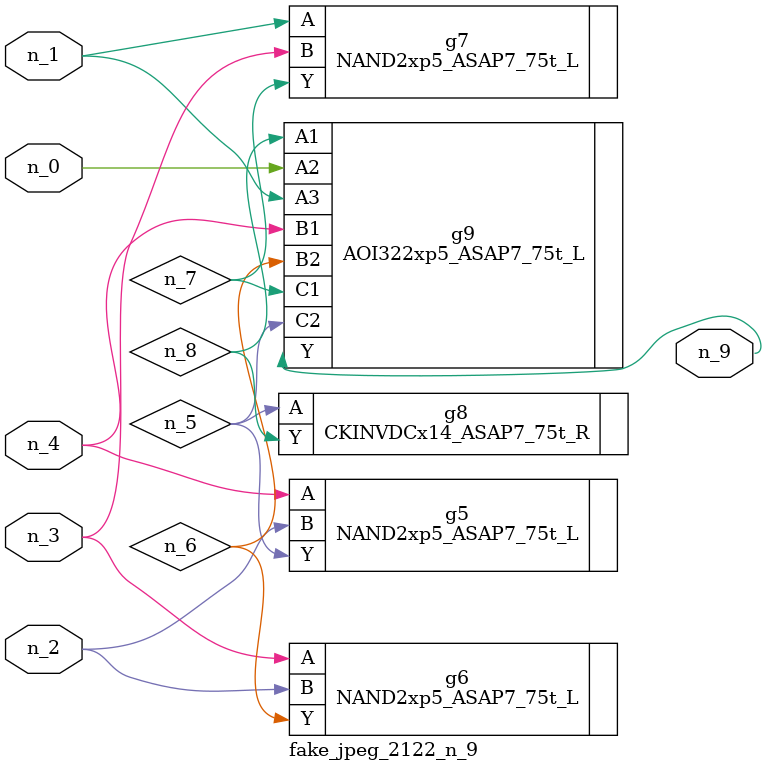
<source format=v>
module fake_jpeg_2122_n_9 (n_3, n_2, n_1, n_0, n_4, n_9);

input n_3;
input n_2;
input n_1;
input n_0;
input n_4;

output n_9;

wire n_8;
wire n_6;
wire n_5;
wire n_7;

NAND2xp5_ASAP7_75t_L g5 ( 
.A(n_4),
.B(n_2),
.Y(n_5)
);

NAND2xp5_ASAP7_75t_L g6 ( 
.A(n_3),
.B(n_2),
.Y(n_6)
);

NAND2xp5_ASAP7_75t_L g7 ( 
.A(n_1),
.B(n_3),
.Y(n_7)
);

CKINVDCx14_ASAP7_75t_R g8 ( 
.A(n_5),
.Y(n_8)
);

AOI322xp5_ASAP7_75t_L g9 ( 
.A1(n_8),
.A2(n_0),
.A3(n_1),
.B1(n_4),
.B2(n_6),
.C1(n_7),
.C2(n_5),
.Y(n_9)
);


endmodule
</source>
